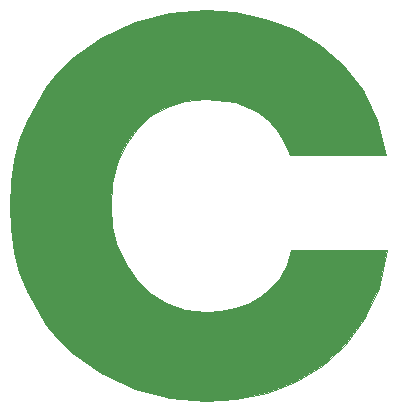
<source format=gbo>
G04 #@! TF.FileFunction,Legend,Bot*
%FSLAX46Y46*%
G04 Gerber Fmt 4.6, Leading zero omitted, Abs format (unit mm)*
G04 Created by KiCad (PCBNEW 4.0.0-rc2-stable) date 3/3/2016 3:42:37 PM*
%MOMM*%
G01*
G04 APERTURE LIST*
%ADD10C,0.150000*%
%ADD11C,0.025400*%
G04 APERTURE END LIST*
D10*
D11*
G36*
X70471646Y-18545961D02*
X72987998Y-19084376D01*
X75407206Y-19993114D01*
X77617256Y-21283327D01*
X79573527Y-22978243D01*
X81227239Y-25101251D01*
X82471706Y-27664708D01*
X83190880Y-30664254D01*
X75062827Y-30664254D01*
X74569866Y-29505983D01*
X74569010Y-29504322D01*
X73959960Y-28510019D01*
X73958678Y-28508279D01*
X73236038Y-27684282D01*
X73234318Y-27682655D01*
X72399208Y-27029004D01*
X72397286Y-27027762D01*
X71451936Y-26531161D01*
X71450088Y-26530370D01*
X70396788Y-26175168D01*
X70394206Y-26174588D01*
X67968106Y-25890641D01*
X67965444Y-25890611D01*
X66232944Y-26053160D01*
X66230395Y-26053666D01*
X64649341Y-26540167D01*
X64646813Y-26541257D01*
X63256067Y-27329604D01*
X63253731Y-27331306D01*
X62095733Y-28396858D01*
X62093940Y-28398904D01*
X61166388Y-29719406D01*
X61165188Y-29721517D01*
X60470388Y-31273616D01*
X60469654Y-31275745D01*
X60035404Y-33024948D01*
X60035066Y-33027049D01*
X59890316Y-34937594D01*
X59890323Y-34939593D01*
X60035073Y-36700995D01*
X60035440Y-36703155D01*
X60469640Y-38371055D01*
X60470375Y-38373125D01*
X61165123Y-39896276D01*
X61166268Y-39898281D01*
X62093716Y-41225485D01*
X62095334Y-41227374D01*
X63247738Y-42333017D01*
X63249771Y-42334605D01*
X64622621Y-43197558D01*
X64625156Y-43198783D01*
X66200702Y-43754432D01*
X66203593Y-43755085D01*
X67965052Y-43941036D01*
X67967191Y-43941080D01*
X69245436Y-43859827D01*
X69247170Y-43859596D01*
X70441870Y-43615745D01*
X70443685Y-43615232D01*
X71553785Y-43209985D01*
X71555568Y-43209173D01*
X72582173Y-42642418D01*
X72584044Y-42641157D01*
X73487089Y-41907409D01*
X73488910Y-41905594D01*
X74224960Y-41005898D01*
X74226326Y-41003851D01*
X74798672Y-39934900D01*
X74799538Y-39932879D01*
X75203917Y-38705354D01*
X83330260Y-38705354D01*
X82609697Y-41866573D01*
X81366272Y-44545850D01*
X79711472Y-46750008D01*
X77756214Y-48502830D01*
X75539685Y-49828545D01*
X73104912Y-50747262D01*
X70547375Y-51285691D01*
X67966632Y-51464797D01*
X64927338Y-51204463D01*
X61923905Y-50423583D01*
X59095036Y-49127623D01*
X56577716Y-47322239D01*
X55455700Y-46226898D01*
X54449306Y-45001416D01*
X52782688Y-42161051D01*
X52154390Y-40546403D01*
X51706166Y-38805753D01*
X51436945Y-36935664D01*
X51346819Y-34938606D01*
X51436945Y-32942798D01*
X51706167Y-31073750D01*
X52154388Y-29332062D01*
X52782691Y-27718448D01*
X54449350Y-24870223D01*
X55455636Y-23638222D01*
X56577756Y-22533878D01*
X59095072Y-20710720D01*
X61923866Y-19409212D01*
X64927384Y-18627167D01*
X67966620Y-18366846D01*
X70471646Y-18545961D01*
X70471646Y-18545961D01*
G37*
X70471646Y-18545961D02*
X72987998Y-19084376D01*
X75407206Y-19993114D01*
X77617256Y-21283327D01*
X79573527Y-22978243D01*
X81227239Y-25101251D01*
X82471706Y-27664708D01*
X83190880Y-30664254D01*
X75062827Y-30664254D01*
X74569866Y-29505983D01*
X74569010Y-29504322D01*
X73959960Y-28510019D01*
X73958678Y-28508279D01*
X73236038Y-27684282D01*
X73234318Y-27682655D01*
X72399208Y-27029004D01*
X72397286Y-27027762D01*
X71451936Y-26531161D01*
X71450088Y-26530370D01*
X70396788Y-26175168D01*
X70394206Y-26174588D01*
X67968106Y-25890641D01*
X67965444Y-25890611D01*
X66232944Y-26053160D01*
X66230395Y-26053666D01*
X64649341Y-26540167D01*
X64646813Y-26541257D01*
X63256067Y-27329604D01*
X63253731Y-27331306D01*
X62095733Y-28396858D01*
X62093940Y-28398904D01*
X61166388Y-29719406D01*
X61165188Y-29721517D01*
X60470388Y-31273616D01*
X60469654Y-31275745D01*
X60035404Y-33024948D01*
X60035066Y-33027049D01*
X59890316Y-34937594D01*
X59890323Y-34939593D01*
X60035073Y-36700995D01*
X60035440Y-36703155D01*
X60469640Y-38371055D01*
X60470375Y-38373125D01*
X61165123Y-39896276D01*
X61166268Y-39898281D01*
X62093716Y-41225485D01*
X62095334Y-41227374D01*
X63247738Y-42333017D01*
X63249771Y-42334605D01*
X64622621Y-43197558D01*
X64625156Y-43198783D01*
X66200702Y-43754432D01*
X66203593Y-43755085D01*
X67965052Y-43941036D01*
X67967191Y-43941080D01*
X69245436Y-43859827D01*
X69247170Y-43859596D01*
X70441870Y-43615745D01*
X70443685Y-43615232D01*
X71553785Y-43209985D01*
X71555568Y-43209173D01*
X72582173Y-42642418D01*
X72584044Y-42641157D01*
X73487089Y-41907409D01*
X73488910Y-41905594D01*
X74224960Y-41005898D01*
X74226326Y-41003851D01*
X74798672Y-39934900D01*
X74799538Y-39932879D01*
X75203917Y-38705354D01*
X83330260Y-38705354D01*
X82609697Y-41866573D01*
X81366272Y-44545850D01*
X79711472Y-46750008D01*
X77756214Y-48502830D01*
X75539685Y-49828545D01*
X73104912Y-50747262D01*
X70547375Y-51285691D01*
X67966632Y-51464797D01*
X64927338Y-51204463D01*
X61923905Y-50423583D01*
X59095036Y-49127623D01*
X56577716Y-47322239D01*
X55455700Y-46226898D01*
X54449306Y-45001416D01*
X52782688Y-42161051D01*
X52154390Y-40546403D01*
X51706166Y-38805753D01*
X51436945Y-36935664D01*
X51346819Y-34938606D01*
X51436945Y-32942798D01*
X51706167Y-31073750D01*
X52154388Y-29332062D01*
X52782691Y-27718448D01*
X54449350Y-24870223D01*
X55455636Y-23638222D01*
X56577756Y-22533878D01*
X59095072Y-20710720D01*
X61923866Y-19409212D01*
X64927384Y-18627167D01*
X67966620Y-18366846D01*
X70471646Y-18545961D01*
M02*

</source>
